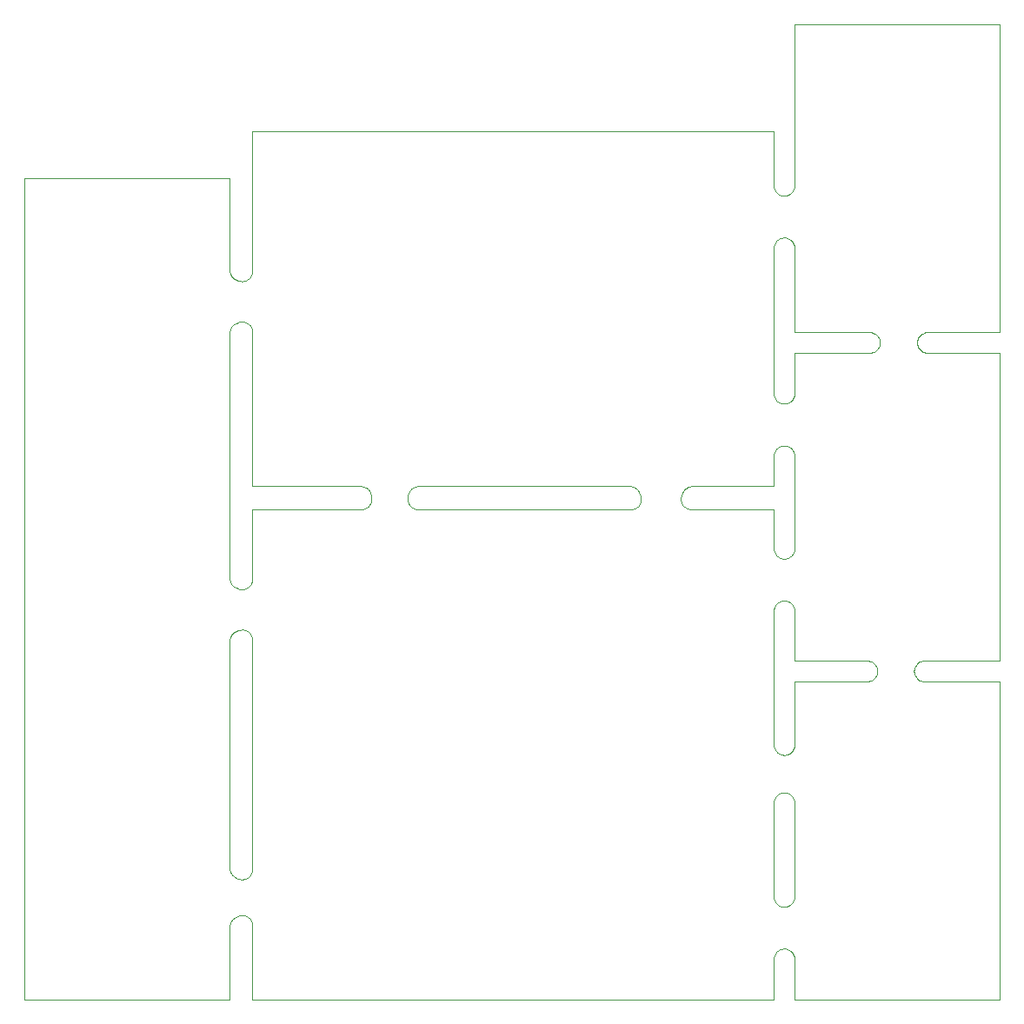
<source format=gko>
%MOIN*%
%OFA0B0*%
%FSLAX44Y44*%
%IPPOS*%
%LPD*%
%ADD10C,0*%
D10*
X00028740Y00003952D02*
X00028740Y00003952D01*
X00028740Y00007547D01*
X00028741Y00007585D01*
X00028747Y00007622D01*
X00028756Y00007659D01*
X00028768Y00007694D01*
X00028784Y00007728D01*
X00028803Y00007761D01*
X00028824Y00007791D01*
X00028849Y00007820D01*
X00028876Y00007846D01*
X00028906Y00007869D01*
X00028938Y00007889D01*
X00028971Y00007906D01*
X00029006Y00007920D01*
X00029042Y00007930D01*
X00029079Y00007937D01*
X00029117Y00007941D01*
X00029154Y00007941D01*
X00029192Y00007937D01*
X00029229Y00007929D01*
X00029265Y00007919D01*
X00029265Y00007919D01*
X00029287Y00007910D01*
X00029309Y00007900D01*
X00029331Y00007888D01*
X00029351Y00007875D01*
X00029371Y00007861D01*
X00029390Y00007846D01*
X00029408Y00007830D01*
X00029424Y00007812D01*
X00029440Y00007794D01*
X00029455Y00007775D01*
X00029468Y00007754D01*
X00029480Y00007733D01*
X00029491Y00007712D01*
X00029501Y00007689D01*
X00029509Y00007667D01*
X00029515Y00007643D01*
X00029520Y00007620D01*
X00029524Y00007596D01*
X00029526Y00007572D01*
X00029527Y00007547D01*
X00029527Y00003952D01*
X00029526Y00003928D01*
X00029524Y00003903D01*
X00029520Y00003879D01*
X00029515Y00003855D01*
X00029508Y00003831D01*
X00029500Y00003808D01*
X00029490Y00003785D01*
X00029479Y00003763D01*
X00029466Y00003742D01*
X00029452Y00003721D01*
X00029437Y00003702D01*
X00029421Y00003683D01*
X00029404Y00003666D01*
X00029385Y00003649D01*
X00029366Y00003634D01*
X00029345Y00003620D01*
X00029324Y00003608D01*
X00029302Y00003596D01*
X00029280Y00003587D01*
X00029256Y00003578D01*
X00029256Y00003578D01*
X00029221Y00003568D01*
X00029184Y00003562D01*
X00029147Y00003559D01*
X00029110Y00003559D01*
X00029073Y00003563D01*
X00029036Y00003571D01*
X00029001Y00003581D01*
X00028967Y00003596D01*
X00028934Y00003613D01*
X00028903Y00003633D01*
X00028873Y00003656D01*
X00028847Y00003682D01*
X00028823Y00003710D01*
X00028801Y00003741D01*
X00028783Y00003773D01*
X00028767Y00003807D01*
X00028755Y00003842D01*
X00028747Y00003878D01*
X00028741Y00003915D01*
X00028740Y00003952D01*
X00007874Y00016157D02*
X00007874Y00016157D01*
X00007874Y00025574D01*
X00007874Y00025598D01*
X00007876Y00025622D01*
X00007880Y00025646D01*
X00007885Y00025669D01*
X00007892Y00025693D01*
X00007900Y00025715D01*
X00007909Y00025737D01*
X00007919Y00025759D01*
X00007931Y00025780D01*
X00007944Y00025800D01*
X00007959Y00025819D01*
X00007974Y00025837D01*
X00007991Y00025855D01*
X00008009Y00025871D01*
X00008027Y00025886D01*
X00008047Y00025900D01*
X00008067Y00025913D01*
X00008088Y00025925D01*
X00008110Y00025935D01*
X00008132Y00025944D01*
X00008211Y00025973D01*
X00008247Y00025984D01*
X00008284Y00025992D01*
X00008321Y00025996D01*
X00008359Y00025997D01*
X00008397Y00025994D01*
X00008434Y00025987D01*
X00008470Y00025977D01*
X00008506Y00025963D01*
X00008539Y00025946D01*
X00008571Y00025926D01*
X00008601Y00025903D01*
X00008629Y00025877D01*
X00008654Y00025849D01*
X00008676Y00025818D01*
X00008695Y00025785D01*
X00008711Y00025751D01*
X00008723Y00025715D01*
X00008732Y00025678D01*
X00008738Y00025641D01*
X00008740Y00025603D01*
X00008740Y00019685D01*
X00012900Y00019685D01*
X00012929Y00019683D01*
X00012958Y00019680D01*
X00012986Y00019675D01*
X00013014Y00019668D01*
X00013041Y00019659D01*
X00013067Y00019647D01*
X00013093Y00019634D01*
X00013117Y00019619D01*
X00013141Y00019603D01*
X00013163Y00019584D01*
X00013184Y00019564D01*
X00013203Y00019543D01*
X00013220Y00019520D01*
X00013236Y00019496D01*
X00013250Y00019471D01*
X00013263Y00019445D01*
X00013273Y00019419D01*
X00013281Y00019391D01*
X00013287Y00019363D01*
X00013292Y00019335D01*
X00013303Y00019237D01*
X00013305Y00019204D01*
X00013305Y00019171D01*
X00013301Y00019138D01*
X00013295Y00019105D01*
X00013287Y00019074D01*
X00013275Y00019042D01*
X00013261Y00019012D01*
X00013245Y00018984D01*
X00013226Y00018956D01*
X00013205Y00018931D01*
X00013182Y00018907D01*
X00013157Y00018885D01*
X00013130Y00018866D01*
X00013102Y00018849D01*
X00013072Y00018834D01*
X00013041Y00018822D01*
X00013010Y00018812D01*
X00012977Y00018805D01*
X00012945Y00018801D01*
X00012911Y00018800D01*
X00008740Y00018800D01*
X00008740Y00016128D01*
X00008738Y00016090D01*
X00008732Y00016053D01*
X00008723Y00016016D01*
X00008711Y00015980D01*
X00008695Y00015946D01*
X00008676Y00015913D01*
X00008654Y00015883D01*
X00008629Y00015854D01*
X00008601Y00015828D01*
X00008571Y00015805D01*
X00008539Y00015785D01*
X00008506Y00015768D01*
X00008470Y00015755D01*
X00008434Y00015744D01*
X00008397Y00015738D01*
X00008359Y00015735D01*
X00008321Y00015735D01*
X00008284Y00015739D01*
X00008247Y00015747D01*
X00008211Y00015758D01*
X00008132Y00015787D01*
X00008110Y00015796D01*
X00008088Y00015806D01*
X00008067Y00015818D01*
X00008047Y00015831D01*
X00008027Y00015845D01*
X00008009Y00015860D01*
X00007991Y00015876D01*
X00007974Y00015894D01*
X00007959Y00015912D01*
X00007944Y00015931D01*
X00007931Y00015951D01*
X00007919Y00015972D01*
X00007909Y00015994D01*
X00007900Y00016016D01*
X00007892Y00016039D01*
X00007885Y00016062D01*
X00007880Y00016085D01*
X00007876Y00016109D01*
X00007874Y00016133D01*
X00007874Y00016157D01*
X00028740Y00001559D02*
X00028740Y00001559D01*
X00028741Y00001596D01*
X00028747Y00001633D01*
X00028755Y00001669D01*
X00028767Y00001704D01*
X00028783Y00001738D01*
X00028801Y00001770D01*
X00028823Y00001800D01*
X00028847Y00001829D01*
X00028873Y00001854D01*
X00028903Y00001878D01*
X00028934Y00001898D01*
X00028967Y00001915D01*
X00029001Y00001929D01*
X00029036Y00001940D01*
X00029073Y00001948D01*
X00029110Y00001952D01*
X00029147Y00001952D01*
X00029184Y00001949D01*
X00029221Y00001943D01*
X00029256Y00001933D01*
X00029256Y00001933D01*
X00029280Y00001924D01*
X00029302Y00001914D01*
X00029324Y00001903D01*
X00029345Y00001890D01*
X00029366Y00001877D01*
X00029385Y00001861D01*
X00029404Y00001845D01*
X00029421Y00001828D01*
X00029437Y00001809D01*
X00029452Y00001789D01*
X00029466Y00001769D01*
X00029479Y00001748D01*
X00029490Y00001726D01*
X00029500Y00001703D01*
X00029508Y00001680D01*
X00029515Y00001656D01*
X00029520Y00001632D01*
X00029524Y00001608D01*
X00029526Y00001583D01*
X00029527Y00001559D01*
X00029527Y00000000D01*
X00037401Y00000000D01*
X00037401Y00012204D01*
X00034539Y00012204D01*
X00034508Y00012204D01*
X00034446Y00012209D01*
X00034386Y00012223D01*
X00034329Y00012247D01*
X00034276Y00012279D01*
X00034229Y00012320D01*
X00034189Y00012367D01*
X00034157Y00012419D01*
X00034133Y00012476D01*
X00034119Y00012536D01*
X00034114Y00012598D01*
X00034119Y00012660D01*
X00034133Y00012720D01*
X00034157Y00012777D01*
X00034189Y00012829D01*
X00034229Y00012876D01*
X00034276Y00012916D01*
X00034329Y00012949D01*
X00034386Y00012972D01*
X00034446Y00012987D01*
X00034508Y00012992D01*
X00037401Y00012992D01*
X00037401Y00024803D01*
X00034628Y00024803D01*
X00034566Y00024807D01*
X00034506Y00024822D01*
X00034449Y00024846D01*
X00034396Y00024878D01*
X00034349Y00024918D01*
X00034309Y00024965D01*
X00034277Y00025018D01*
X00034253Y00025075D01*
X00034239Y00025135D01*
X00034234Y00025196D01*
X00034239Y00025258D01*
X00034253Y00025318D01*
X00034277Y00025375D01*
X00034309Y00025428D01*
X00034349Y00025475D01*
X00034396Y00025515D01*
X00034449Y00025547D01*
X00034506Y00025571D01*
X00034566Y00025585D01*
X00034628Y00025590D01*
X00034636Y00025590D01*
X00037401Y00025590D01*
X00037401Y00037401D01*
X00029527Y00037401D01*
X00029527Y00031218D01*
X00029526Y00031194D01*
X00029524Y00031169D01*
X00029520Y00031145D01*
X00029515Y00031121D01*
X00029508Y00031097D01*
X00029500Y00031074D01*
X00029490Y00031051D01*
X00029479Y00031029D01*
X00029466Y00031008D01*
X00029452Y00030988D01*
X00029437Y00030968D01*
X00029421Y00030950D01*
X00029404Y00030932D01*
X00029385Y00030916D01*
X00029366Y00030901D01*
X00029345Y00030887D01*
X00029324Y00030874D01*
X00029302Y00030863D01*
X00029280Y00030853D01*
X00029256Y00030844D01*
X00029256Y00030844D01*
X00029221Y00030835D01*
X00029184Y00030828D01*
X00029147Y00030825D01*
X00029110Y00030825D01*
X00029073Y00030829D01*
X00029036Y00030837D01*
X00029001Y00030848D01*
X00028967Y00030862D01*
X00028934Y00030879D01*
X00028903Y00030900D01*
X00028873Y00030923D01*
X00028847Y00030949D01*
X00028823Y00030977D01*
X00028801Y00031007D01*
X00028783Y00031039D01*
X00028767Y00031073D01*
X00028755Y00031108D01*
X00028747Y00031145D01*
X00028741Y00031181D01*
X00028740Y00031218D01*
X00028740Y00033285D01*
X00008740Y00033285D01*
X00008740Y00027939D01*
X00008738Y00027901D01*
X00008732Y00027864D01*
X00008723Y00027827D01*
X00008711Y00027791D01*
X00008695Y00027757D01*
X00008676Y00027724D01*
X00008654Y00027694D01*
X00008629Y00027665D01*
X00008601Y00027639D01*
X00008571Y00027616D01*
X00008539Y00027596D01*
X00008506Y00027579D01*
X00008470Y00027566D01*
X00008434Y00027555D01*
X00008397Y00027549D01*
X00008359Y00027546D01*
X00008321Y00027546D01*
X00008284Y00027550D01*
X00008247Y00027558D01*
X00008211Y00027569D01*
X00008132Y00027598D01*
X00008110Y00027607D01*
X00008088Y00027617D01*
X00008067Y00027629D01*
X00008047Y00027642D01*
X00008027Y00027656D01*
X00008009Y00027671D01*
X00007991Y00027687D01*
X00007974Y00027705D01*
X00007959Y00027723D01*
X00007944Y00027742D01*
X00007931Y00027763D01*
X00007919Y00027783D01*
X00007909Y00027805D01*
X00007900Y00027827D01*
X00007892Y00027850D01*
X00007885Y00027873D01*
X00007880Y00027896D01*
X00007876Y00027920D01*
X00007874Y00027944D01*
X00007874Y00027968D01*
X00007874Y00031496D01*
X00000000Y00031496D01*
X00000000Y00000000D01*
X00007874Y00000000D01*
X00007874Y00002806D01*
X00007874Y00002829D01*
X00007876Y00002852D01*
X00007880Y00002874D01*
X00007884Y00002897D01*
X00007890Y00002919D01*
X00007897Y00002941D01*
X00007906Y00002962D01*
X00007916Y00002983D01*
X00007926Y00003003D01*
X00007938Y00003022D01*
X00007952Y00003041D01*
X00007966Y00003059D01*
X00007981Y00003076D01*
X00007997Y00003093D01*
X00008015Y00003108D01*
X00008033Y00003122D01*
X00008051Y00003135D01*
X00008071Y00003147D01*
X00008091Y00003158D01*
X00008112Y00003168D01*
X00008191Y00003201D01*
X00008227Y00003215D01*
X00008265Y00003225D01*
X00008303Y00003231D01*
X00008342Y00003233D01*
X00008381Y00003232D01*
X00008419Y00003226D01*
X00008457Y00003217D01*
X00008494Y00003205D01*
X00008529Y00003188D01*
X00008563Y00003168D01*
X00008594Y00003145D01*
X00008623Y00003119D01*
X00008649Y00003091D01*
X00008672Y00003060D01*
X00008693Y00003026D01*
X00008709Y00002991D01*
X00008722Y00002955D01*
X00008732Y00002917D01*
X00008738Y00002878D01*
X00008740Y00002840D01*
X00008740Y00000000D01*
X00028740Y00000000D01*
X00028740Y00001559D01*
X00029527Y00023243D02*
X00029527Y00023243D01*
X00029526Y00023219D01*
X00029524Y00023194D01*
X00029520Y00023170D01*
X00029515Y00023146D01*
X00029508Y00023122D01*
X00029500Y00023099D01*
X00029490Y00023076D01*
X00029479Y00023054D01*
X00029466Y00023033D01*
X00029452Y00023013D01*
X00029437Y00022993D01*
X00029421Y00022975D01*
X00029404Y00022957D01*
X00029385Y00022941D01*
X00029366Y00022926D01*
X00029345Y00022912D01*
X00029324Y00022899D01*
X00029302Y00022888D01*
X00029280Y00022878D01*
X00029256Y00022870D01*
X00029256Y00022870D01*
X00029221Y00022860D01*
X00029184Y00022853D01*
X00029147Y00022850D01*
X00029110Y00022850D01*
X00029073Y00022854D01*
X00029036Y00022862D01*
X00029001Y00022873D01*
X00028967Y00022887D01*
X00028934Y00022904D01*
X00028903Y00022925D01*
X00028873Y00022948D01*
X00028847Y00022974D01*
X00028823Y00023002D01*
X00028801Y00023032D01*
X00028783Y00023064D01*
X00028767Y00023098D01*
X00028755Y00023133D01*
X00028747Y00023170D01*
X00028741Y00023206D01*
X00028740Y00023243D01*
X00028740Y00028825D01*
X00028741Y00028862D01*
X00028747Y00028899D01*
X00028755Y00028935D01*
X00028767Y00028970D01*
X00028783Y00029004D01*
X00028801Y00029036D01*
X00028823Y00029067D01*
X00028847Y00029095D01*
X00028873Y00029121D01*
X00028903Y00029144D01*
X00028934Y00029164D01*
X00028967Y00029182D01*
X00029001Y00029196D01*
X00029036Y00029207D01*
X00029073Y00029214D01*
X00029110Y00029218D01*
X00029147Y00029218D01*
X00029184Y00029215D01*
X00029221Y00029209D01*
X00029256Y00029199D01*
X00029256Y00029199D01*
X00029280Y00029191D01*
X00029302Y00029181D01*
X00029324Y00029169D01*
X00029345Y00029157D01*
X00029366Y00029143D01*
X00029385Y00029128D01*
X00029404Y00029111D01*
X00029421Y00029094D01*
X00029437Y00029075D01*
X00029452Y00029056D01*
X00029466Y00029035D01*
X00029479Y00029014D01*
X00029490Y00028992D01*
X00029500Y00028970D01*
X00029508Y00028946D01*
X00029515Y00028923D01*
X00029520Y00028899D01*
X00029524Y00028874D01*
X00029526Y00028850D01*
X00029527Y00028825D01*
X00029527Y00025590D01*
X00032401Y00025590D01*
X00032409Y00025590D01*
X00032470Y00025585D01*
X00032530Y00025571D01*
X00032587Y00025547D01*
X00032640Y00025515D01*
X00032687Y00025475D01*
X00032727Y00025428D01*
X00032759Y00025375D01*
X00032783Y00025318D01*
X00032797Y00025258D01*
X00032802Y00025196D01*
X00032797Y00025135D01*
X00032783Y00025075D01*
X00032759Y00025018D01*
X00032727Y00024965D01*
X00032687Y00024918D01*
X00032640Y00024878D01*
X00032587Y00024846D01*
X00032530Y00024822D01*
X00032470Y00024807D01*
X00032409Y00024803D01*
X00029527Y00024803D01*
X00029527Y00023243D01*
X00028740Y00014907D02*
X00028740Y00014907D01*
X00028741Y00014944D01*
X00028747Y00014981D01*
X00028755Y00015017D01*
X00028767Y00015052D01*
X00028783Y00015086D01*
X00028801Y00015118D01*
X00028823Y00015149D01*
X00028847Y00015177D01*
X00028873Y00015203D01*
X00028903Y00015226D01*
X00028934Y00015246D01*
X00028967Y00015264D01*
X00029001Y00015278D01*
X00029036Y00015289D01*
X00029073Y00015296D01*
X00029110Y00015300D01*
X00029147Y00015300D01*
X00029184Y00015297D01*
X00029221Y00015291D01*
X00029256Y00015281D01*
X00029256Y00015281D01*
X00029280Y00015273D01*
X00029302Y00015263D01*
X00029324Y00015251D01*
X00029345Y00015239D01*
X00029366Y00015225D01*
X00029385Y00015210D01*
X00029404Y00015193D01*
X00029421Y00015176D01*
X00029437Y00015157D01*
X00029452Y00015138D01*
X00029466Y00015117D01*
X00029479Y00015096D01*
X00029490Y00015074D01*
X00029500Y00015051D01*
X00029508Y00015028D01*
X00029515Y00015005D01*
X00029520Y00014981D01*
X00029524Y00014956D01*
X00029526Y00014932D01*
X00029527Y00014907D01*
X00029527Y00012992D01*
X00032314Y00012992D01*
X00032376Y00012987D01*
X00032436Y00012972D01*
X00032493Y00012949D01*
X00032546Y00012916D01*
X00032593Y00012876D01*
X00032633Y00012829D01*
X00032665Y00012777D01*
X00032689Y00012720D01*
X00032703Y00012660D01*
X00032708Y00012598D01*
X00032703Y00012536D01*
X00032689Y00012476D01*
X00032665Y00012419D01*
X00032633Y00012367D01*
X00032593Y00012320D01*
X00032546Y00012279D01*
X00032493Y00012247D01*
X00032436Y00012223D01*
X00032376Y00012209D01*
X00032314Y00012204D01*
X00032283Y00012204D01*
X00029527Y00012204D01*
X00029527Y00009774D01*
X00029526Y00009750D01*
X00029524Y00009726D01*
X00029520Y00009702D01*
X00029515Y00009679D01*
X00029509Y00009655D01*
X00029501Y00009632D01*
X00029491Y00009610D01*
X00029480Y00009588D01*
X00029468Y00009567D01*
X00029455Y00009547D01*
X00029440Y00009528D01*
X00029424Y00009509D01*
X00029408Y00009492D01*
X00029390Y00009476D01*
X00029371Y00009460D01*
X00029351Y00009446D01*
X00029331Y00009434D01*
X00029309Y00009422D01*
X00029287Y00009412D01*
X00029265Y00009403D01*
X00029265Y00009403D01*
X00029229Y00009392D01*
X00029192Y00009385D01*
X00029154Y00009381D01*
X00029117Y00009381D01*
X00029079Y00009385D01*
X00029042Y00009391D01*
X00029006Y00009402D01*
X00028971Y00009416D01*
X00028938Y00009433D01*
X00028906Y00009453D01*
X00028876Y00009476D01*
X00028849Y00009502D01*
X00028824Y00009530D01*
X00028803Y00009561D01*
X00028784Y00009593D01*
X00028768Y00009628D01*
X00028756Y00009663D01*
X00028747Y00009700D01*
X00028741Y00009737D01*
X00028740Y00009774D01*
X00028740Y00014907D01*
X00029527Y00017300D02*
X00029527Y00017300D01*
X00029526Y00017276D01*
X00029524Y00017251D01*
X00029520Y00017227D01*
X00029515Y00017203D01*
X00029508Y00017179D01*
X00029500Y00017156D01*
X00029490Y00017133D01*
X00029479Y00017111D01*
X00029466Y00017090D01*
X00029452Y00017070D01*
X00029437Y00017050D01*
X00029421Y00017032D01*
X00029404Y00017014D01*
X00029385Y00016998D01*
X00029366Y00016983D01*
X00029345Y00016969D01*
X00029324Y00016956D01*
X00029302Y00016945D01*
X00029280Y00016935D01*
X00029256Y00016926D01*
X00029256Y00016926D01*
X00029221Y00016917D01*
X00029184Y00016910D01*
X00029147Y00016907D01*
X00029110Y00016907D01*
X00029073Y00016911D01*
X00029036Y00016919D01*
X00029001Y00016930D01*
X00028967Y00016944D01*
X00028934Y00016961D01*
X00028903Y00016982D01*
X00028873Y00017005D01*
X00028847Y00017031D01*
X00028823Y00017059D01*
X00028801Y00017089D01*
X00028783Y00017121D01*
X00028767Y00017155D01*
X00028755Y00017190D01*
X00028747Y00017227D01*
X00028741Y00017263D01*
X00028740Y00017300D01*
X00028740Y00018800D01*
X00025569Y00018800D01*
X00025531Y00018801D01*
X00025494Y00018807D01*
X00025457Y00018816D01*
X00025421Y00018828D01*
X00025386Y00018844D01*
X00025354Y00018864D01*
X00025323Y00018886D01*
X00025294Y00018911D01*
X00025268Y00018939D01*
X00025245Y00018969D01*
X00025225Y00019001D01*
X00025208Y00019035D01*
X00025195Y00019071D01*
X00025185Y00019107D01*
X00025178Y00019145D01*
X00025175Y00019183D01*
X00025176Y00019221D01*
X00025181Y00019258D01*
X00025189Y00019295D01*
X00025200Y00019332D01*
X00025237Y00019429D01*
X00025246Y00019451D01*
X00025257Y00019473D01*
X00025268Y00019494D01*
X00025281Y00019514D01*
X00025295Y00019533D01*
X00025310Y00019551D01*
X00025327Y00019569D01*
X00025344Y00019585D01*
X00025362Y00019600D01*
X00025382Y00019614D01*
X00025402Y00019627D01*
X00025422Y00019639D01*
X00025444Y00019650D01*
X00025466Y00019659D01*
X00025488Y00019667D01*
X00025511Y00019673D01*
X00025535Y00019678D01*
X00025558Y00019682D01*
X00025582Y00019684D01*
X00025606Y00019685D01*
X00028740Y00019685D01*
X00028740Y00020850D01*
X00028741Y00020887D01*
X00028747Y00020924D01*
X00028755Y00020960D01*
X00028767Y00020995D01*
X00028783Y00021029D01*
X00028801Y00021061D01*
X00028823Y00021092D01*
X00028847Y00021120D01*
X00028873Y00021146D01*
X00028903Y00021169D01*
X00028934Y00021189D01*
X00028967Y00021207D01*
X00029001Y00021221D01*
X00029036Y00021232D01*
X00029073Y00021239D01*
X00029110Y00021243D01*
X00029147Y00021243D01*
X00029184Y00021240D01*
X00029221Y00021234D01*
X00029256Y00021224D01*
X00029256Y00021224D01*
X00029280Y00021216D01*
X00029302Y00021206D01*
X00029324Y00021194D01*
X00029345Y00021182D01*
X00029366Y00021168D01*
X00029385Y00021153D01*
X00029404Y00021136D01*
X00029421Y00021119D01*
X00029437Y00021100D01*
X00029452Y00021081D01*
X00029466Y00021060D01*
X00029479Y00021039D01*
X00029490Y00021017D01*
X00029500Y00020995D01*
X00029508Y00020971D01*
X00029515Y00020948D01*
X00029520Y00020924D01*
X00029524Y00020899D01*
X00029526Y00020875D01*
X00029527Y00020850D01*
X00029527Y00017300D01*
X00023212Y00019685D02*
X00023212Y00019685D01*
X00023236Y00019684D01*
X00023260Y00019682D01*
X00023283Y00019678D01*
X00023307Y00019673D01*
X00023330Y00019667D01*
X00023352Y00019659D01*
X00023374Y00019650D01*
X00023396Y00019639D01*
X00023416Y00019627D01*
X00023436Y00019614D01*
X00023456Y00019600D01*
X00023474Y00019585D01*
X00023491Y00019569D01*
X00023507Y00019551D01*
X00023523Y00019533D01*
X00023537Y00019514D01*
X00023550Y00019494D01*
X00023561Y00019473D01*
X00023572Y00019451D01*
X00023581Y00019429D01*
X00023617Y00019332D01*
X00023629Y00019295D01*
X00023637Y00019258D01*
X00023642Y00019221D01*
X00023642Y00019183D01*
X00023640Y00019145D01*
X00023633Y00019107D01*
X00023623Y00019071D01*
X00023609Y00019035D01*
X00023593Y00019001D01*
X00023573Y00018969D01*
X00023549Y00018939D01*
X00023524Y00018911D01*
X00023495Y00018886D01*
X00023464Y00018864D01*
X00023432Y00018844D01*
X00023397Y00018828D01*
X00023361Y00018816D01*
X00023324Y00018807D01*
X00023287Y00018801D01*
X00023249Y00018800D01*
X00015090Y00018800D01*
X00015057Y00018801D01*
X00015025Y00018805D01*
X00014992Y00018812D01*
X00014960Y00018822D01*
X00014930Y00018834D01*
X00014900Y00018849D01*
X00014872Y00018866D01*
X00014845Y00018885D01*
X00014820Y00018907D01*
X00014797Y00018931D01*
X00014776Y00018956D01*
X00014757Y00018984D01*
X00014741Y00019012D01*
X00014727Y00019042D01*
X00014715Y00019074D01*
X00014707Y00019105D01*
X00014701Y00019138D01*
X00014697Y00019171D01*
X00014697Y00019204D01*
X00014699Y00019237D01*
X00014710Y00019335D01*
X00014714Y00019363D01*
X00014721Y00019391D01*
X00014729Y00019419D01*
X00014739Y00019445D01*
X00014752Y00019471D01*
X00014766Y00019496D01*
X00014782Y00019520D01*
X00014799Y00019543D01*
X00014818Y00019564D01*
X00014839Y00019584D01*
X00014861Y00019603D01*
X00014884Y00019619D01*
X00014909Y00019634D01*
X00014935Y00019647D01*
X00014961Y00019659D01*
X00014988Y00019668D01*
X00015016Y00019675D01*
X00015044Y00019680D01*
X00015073Y00019683D01*
X00015101Y00019685D01*
X00023212Y00019685D01*
X00007874Y00013763D02*
X00007874Y00013763D01*
X00007874Y00013787D01*
X00007876Y00013811D01*
X00007880Y00013835D01*
X00007885Y00013858D01*
X00007892Y00013882D01*
X00007900Y00013904D01*
X00007909Y00013926D01*
X00007919Y00013948D01*
X00007931Y00013969D01*
X00007944Y00013989D01*
X00007959Y00014008D01*
X00007974Y00014026D01*
X00007991Y00014044D01*
X00008009Y00014060D01*
X00008027Y00014075D01*
X00008047Y00014089D01*
X00008067Y00014102D01*
X00008088Y00014114D01*
X00008110Y00014124D01*
X00008132Y00014133D01*
X00008211Y00014162D01*
X00008247Y00014173D01*
X00008284Y00014181D01*
X00008321Y00014185D01*
X00008359Y00014186D01*
X00008397Y00014183D01*
X00008434Y00014176D01*
X00008470Y00014166D01*
X00008506Y00014152D01*
X00008539Y00014135D01*
X00008571Y00014115D01*
X00008601Y00014092D01*
X00008629Y00014066D01*
X00008654Y00014038D01*
X00008676Y00014007D01*
X00008695Y00013974D01*
X00008711Y00013940D01*
X00008723Y00013904D01*
X00008732Y00013867D01*
X00008738Y00013830D01*
X00008740Y00013792D01*
X00008740Y00005002D01*
X00008738Y00004963D01*
X00008732Y00004924D01*
X00008722Y00004887D01*
X00008709Y00004850D01*
X00008693Y00004815D01*
X00008672Y00004782D01*
X00008649Y00004750D01*
X00008623Y00004722D01*
X00008594Y00004696D01*
X00008563Y00004673D01*
X00008529Y00004653D01*
X00008494Y00004637D01*
X00008457Y00004624D01*
X00008419Y00004615D01*
X00008381Y00004609D01*
X00008342Y00004608D01*
X00008303Y00004610D01*
X00008265Y00004616D01*
X00008227Y00004626D01*
X00008191Y00004640D01*
X00008112Y00004674D01*
X00008091Y00004683D01*
X00008071Y00004694D01*
X00008051Y00004706D01*
X00008033Y00004719D01*
X00008015Y00004733D01*
X00007997Y00004749D01*
X00007981Y00004765D01*
X00007966Y00004782D01*
X00007952Y00004800D01*
X00007938Y00004819D01*
X00007926Y00004838D01*
X00007916Y00004858D01*
X00007906Y00004879D01*
X00007897Y00004901D01*
X00007890Y00004922D01*
X00007884Y00004944D01*
X00007880Y00004967D01*
X00007876Y00004990D01*
X00007874Y00005012D01*
X00007874Y00005035D01*
X00007874Y00013763D01*
M02*
</source>
